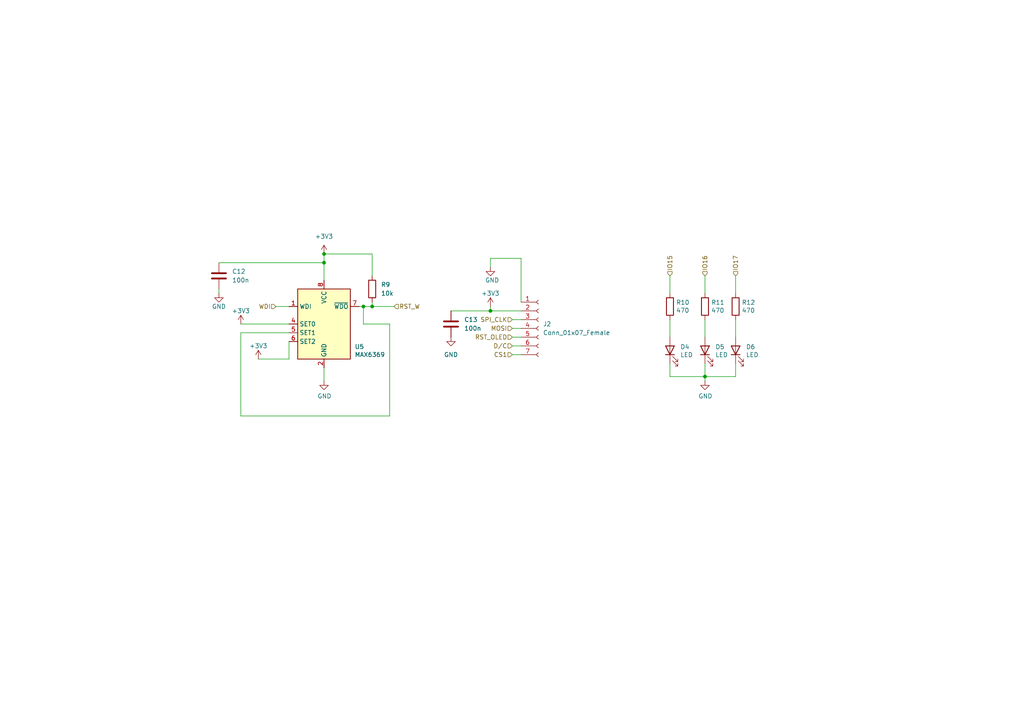
<source format=kicad_sch>
(kicad_sch (version 20211123) (generator eeschema)
  (paper "A4")
  (lib_symbols
    (symbol "Connector:Conn_01x07_Female" (pin_names (offset 1.016) hide)
      (property "Reference" "J" (at 0 10.16 0))
      (property "Value" "Conn_01x07_Female" (at 0 -10.16 0))
      (symbol "Conn_01x07_Female_1_1"
        (arc (start 0 -7.112) (mid -0.508 -7.62) (end 0 -8.128) (stroke (width 0.1524)))
        (arc (start 0 -4.572) (mid -0.508 -5.08) (end 0 -5.588) (stroke (width 0.1524)))
        (arc (start 0 -2.032) (mid -0.508 -2.54) (end 0 -3.048) (stroke (width 0.1524)))
        (polyline (pts (xy -1.27 -7.62) (xy -0.508 -7.62)) (stroke (width 0.1524)))
        (polyline (pts (xy -1.27 -5.08) (xy -0.508 -5.08)) (stroke (width 0.1524)))
        (polyline (pts (xy -1.27 -2.54) (xy -0.508 -2.54)) (stroke (width 0.1524)))
        (polyline (pts (xy -1.27 0) (xy -0.508 0)) (stroke (width 0.1524)))
        (polyline (pts (xy -1.27 2.54) (xy -0.508 2.54)) (stroke (width 0.1524)))
        (polyline (pts (xy -1.27 5.08) (xy -0.508 5.08)) (stroke (width 0.1524)))
        (polyline (pts (xy -1.27 7.62) (xy -0.508 7.62)) (stroke (width 0.1524)))
        (arc (start 0 0.508) (mid -0.508 0) (end 0 -0.508) (stroke (width 0.1524)))
        (arc (start 0 3.048) (mid -0.508 2.54) (end 0 2.032) (stroke (width 0.1524)))
        (arc (start 0 5.588) (mid -0.508 5.08) (end 0 4.572) (stroke (width 0.1524)))
        (arc (start 0 8.128) (mid -0.508 7.62) (end 0 7.112) (stroke (width 0.1524)))
        (pin passive line (at -5.08 7.62 0) (length 3.81) (name "Pin_1") (number "1"))
        (pin passive line (at -5.08 5.08 0) (length 3.81) (name "Pin_2") (number "2"))
        (pin passive line (at -5.08 2.54 0) (length 3.81) (name "Pin_3") (number "3"))
        (pin passive line (at -5.08 0 0) (length 3.81) (name "Pin_4") (number "4"))
        (pin passive line (at -5.08 -2.54 0) (length 3.81) (name "Pin_5") (number "5"))
        (pin passive line (at -5.08 -5.08 0) (length 3.81) (name "Pin_6") (number "6"))
        (pin passive line (at -5.08 -7.62 0) (length 3.81) (name "Pin_7") (number "7"))
      )
    )
    (symbol "Device:C" (pin_numbers hide) (pin_names (offset 0.254))
      (property "Reference" "C" (at 0.635 2.54 0))
      (property "Value" "C" (at 0.635 -2.54 0))
      (symbol "C_0_1"
        (polyline (pts (xy -2.032 -0.762) (xy 2.032 -0.762)) (stroke (width 0.508)))
        (polyline (pts (xy -2.032 0.762) (xy 2.032 0.762)) (stroke (width 0.508)))
      )
      (symbol "C_1_1"
        (pin passive line (at 0 3.81 270) (length 2.794) (name "~") (number "1"))
        (pin passive line (at 0 -3.81 90) (length 2.794) (name "~") (number "2"))
      )
    )
    (symbol "Device:LED" (pin_numbers hide) (pin_names (offset 1.016) hide)
      (property "Reference" "D" (at 0 2.54 0))
      (property "Value" "LED" (at 0 -2.54 0))
      (symbol "LED_0_1"
        (polyline (pts (xy -1.27 -1.27) (xy -1.27 1.27)) (stroke (width 0.254)))
        (polyline (pts (xy -1.27 0) (xy 1.27 0)))
        (polyline (pts (xy 1.27 -1.27) (xy 1.27 1.27) (xy -1.27 0) (xy 1.27 -1.27)) (stroke (width 0.254)))
        (polyline (pts (xy -3.048 -0.762) (xy -4.572 -2.286) (xy -3.81 -2.286) (xy -4.572 -2.286) (xy -4.572 -1.524)))
        (polyline (pts (xy -1.778 -0.762) (xy -3.302 -2.286) (xy -2.54 -2.286) (xy -3.302 -2.286) (xy -3.302 -1.524)))
      )
      (symbol "LED_1_1"
        (pin passive line (at -3.81 0 0) (length 2.54) (name "K") (number "1"))
        (pin passive line (at 3.81 0 180) (length 2.54) (name "A") (number "2"))
      )
    )
    (symbol "Device:R" (pin_numbers hide) (pin_names (offset 0))
      (property "Reference" "R" (at 2.032 0 90))
      (property "Value" "R" (at 0 0 90))
      (symbol "R_0_1"
        (rectangle (start -1.016 -2.54) (end 1.016 2.54) (stroke (width 0.254)))
      )
      (symbol "R_1_1"
        (pin passive line (at 0 3.81 270) (length 1.27) (name "~") (number "1"))
        (pin passive line (at 0 -3.81 90) (length 1.27) (name "~") (number "2"))
      )
    )
    (symbol "Power_Supervisor:MAX6369"
      (property "Reference" "U" (at -3.556 13.462 0))
      (property "Value" "MAX6369" (at -6.604 11.43 0))
      (symbol "MAX6369_0_1"
        (rectangle (start -7.62 10.16) (end 7.62 -10.16) (stroke (width 0.254)) (fill (type background)))
      )
      (symbol "MAX6369_1_1"
        (pin input line (at -10.16 5.08 0) (length 2.54) (name "WDI") (number "1"))
        (pin power_in line (at 0 -12.7 90) (length 2.54) (name "GND") (number "2"))
        (pin no_connect line (at 7.62 -5.08 180) (length 2.54) hide (name "NC") (number "3"))
        (pin input line (at -10.16 0 0) (length 2.54) (name "SET0") (number "4"))
        (pin input line (at -10.16 -2.54 0) (length 2.54) (name "SET1") (number "5"))
        (pin input line (at -10.16 -5.08 0) (length 2.54) (name "SET2") (number "6"))
        (pin open_collector line (at 10.16 5.08 180) (length 2.54) (name "~{WDO}") (number "7"))
        (pin power_in line (at 0 12.7 270) (length 2.54) (name "VCC") (number "8"))
      )
    )
    (symbol "power:+3.3V" (power) (pin_names (offset 0))
      (property "Value" "+3.3V" (at 0 3.556 0))
      (symbol "+3.3V_0_1"
        (polyline (pts (xy -0.762 1.27) (xy 0 2.54)))
        (polyline (pts (xy 0 0) (xy 0 2.54)))
        (polyline (pts (xy 0 2.54) (xy 0.762 1.27)))
      )
      (symbol "+3.3V_1_1"
        (pin power_in line (at 0 0 90) (length 0) hide (name "+3V3") (number "1"))
      )
    )
    (symbol "power:GND" (power) (pin_names (offset 0))
      (property "Value" "GND" (at 0 -3.81 0))
      (symbol "GND_0_1"
        (polyline (pts (xy 0 0) (xy 0 -1.27) (xy 1.27 -1.27) (xy 0 -2.54) (xy -1.27 -1.27) (xy 0 -1.27)))
      )
      (symbol "GND_1_1"
        (pin power_in line (at 0 0 270) (length 0) hide (name "GND") (number "1"))
      )
    )
  )
  (junction (at 93.98 76.2))
  (junction (at 105.41 88.9))
  (junction (at 107.95 88.9))
  (junction (at 93.98 73.66))
  (junction (at 204.47 109.22))
  (junction (at 142.24 90.17))
  (wire (pts (xy 151.13 90.17) (xy 142.24 90.17)))
  (wire (pts (xy 148.59 102.87) (xy 151.13 102.87)))
  (wire (pts (xy 204.47 97.79) (xy 204.47 92.71)))
  (wire (pts (xy 213.36 109.22) (xy 204.47 109.22)))
  (wire (pts (xy 104.14 88.9) (xy 105.41 88.9)))
  (wire (pts (xy 63.5 83.82) (xy 63.5 85.09)))
  (wire (pts (xy 213.36 105.41) (xy 213.36 109.22)))
  (wire (pts (xy 142.24 74.93) (xy 151.13 74.93)))
  (wire (pts (xy 130.81 90.17) (xy 142.24 90.17)))
  (wire (pts (xy 107.95 80.01) (xy 107.95 73.66)))
  (wire (pts (xy 105.41 93.98) (xy 113.03 93.98)))
  (wire (pts (xy 148.59 100.33) (xy 151.13 100.33)))
  (wire (pts (xy 142.24 74.93) (xy 142.24 77.47)))
  (wire (pts (xy 93.98 110.49) (xy 93.98 106.68)))
  (wire (pts (xy 107.95 87.63) (xy 107.95 88.9)))
  (wire (pts (xy 63.5 76.2) (xy 93.98 76.2)))
  (wire (pts (xy 213.36 85.09) (xy 213.36 80.01)))
  (wire (pts (xy 204.47 109.22) (xy 204.47 110.49)))
  (wire (pts (xy 113.03 120.65) (xy 113.03 93.98)))
  (wire (pts (xy 107.95 88.9) (xy 114.3 88.9)))
  (wire (pts (xy 194.31 105.41) (xy 194.31 109.22)))
  (wire (pts (xy 80.01 88.9) (xy 83.82 88.9)))
  (wire (pts (xy 148.59 92.71) (xy 151.13 92.71)))
  (wire (pts (xy 83.82 99.06) (xy 83.82 104.14)))
  (wire (pts (xy 213.36 97.79) (xy 213.36 92.71)))
  (wire (pts (xy 204.47 105.41) (xy 204.47 109.22)))
  (wire (pts (xy 148.59 95.25) (xy 151.13 95.25)))
  (wire (pts (xy 194.31 85.09) (xy 194.31 80.01)))
  (wire (pts (xy 194.31 97.79) (xy 194.31 92.71)))
  (wire (pts (xy 204.47 85.09) (xy 204.47 80.01)))
  (wire (pts (xy 148.59 97.79) (xy 151.13 97.79)))
  (wire (pts (xy 93.98 76.2) (xy 93.98 81.28)))
  (wire (pts (xy 74.93 104.14) (xy 83.82 104.14)))
  (wire (pts (xy 83.82 96.52) (xy 69.85 96.52)))
  (wire (pts (xy 69.85 96.52) (xy 69.85 120.65)))
  (wire (pts (xy 151.13 74.93) (xy 151.13 87.63)))
  (wire (pts (xy 194.31 109.22) (xy 204.47 109.22)))
  (wire (pts (xy 69.85 120.65) (xy 113.03 120.65)))
  (wire (pts (xy 142.24 90.17) (xy 142.24 88.9)))
  (wire (pts (xy 105.41 88.9) (xy 107.95 88.9)))
  (wire (pts (xy 105.41 88.9) (xy 105.41 93.98)))
  (wire (pts (xy 69.85 93.98) (xy 83.82 93.98)))
  (wire (pts (xy 93.98 73.66) (xy 93.98 76.2)))
  (wire (pts (xy 107.95 73.66) (xy 93.98 73.66)))
  (hierarchical_label "MOSI" (shape input) (at 148.59 95.25 180))
  (hierarchical_label "SPI_CLK" (shape input) (at 148.59 92.71 180))
  (hierarchical_label "WDI" (shape input) (at 80.01 88.9 180))
  (hierarchical_label "D{slash}C" (shape input) (at 148.59 100.33 180))
  (hierarchical_label "RST_OLED" (shape input) (at 148.59 97.79 180))
  (hierarchical_label "IO16" (shape input) (at 204.47 80.01 90))
  (hierarchical_label "CS1" (shape input) (at 148.59 102.87 180))
  (hierarchical_label "IO17" (shape input) (at 213.36 80.01 90))
  (hierarchical_label "RST_W" (shape input) (at 114.3 88.9 0))
  (hierarchical_label "IO15" (shape input) (at 194.31 80.01 90))
  (symbol (lib_id "Device:C") (at 130.81 93.98 0) (unit 1)
    (property "Reference" "C13" (at 134.62 92.7099 0) (effects (justify left)))
    (property "Value" "100n" (at 134.62 95.2499 0) (effects (justify left)))
    (property "Footprint" "Capacitor_SMD:C_0805_2012Metric_Pad1.18x1.45mm_HandSolder" (effects hide))
  )
  (symbol (lib_id "Device:LED") (at 213.36 101.6 90) (unit 1)
    (property "Reference" "D6" (at 216.3572 100.6094 90) (effects (justify right)))
    (property "Value" "LED" (at 216.3572 102.9208 90) (effects (justify right)))
    (property "Footprint" "LED_SMD:LED_0805_2012Metric_Pad1.15x1.40mm_HandSolder" (effects hide))
  )
  (symbol (lib_id "Power_Supervisor:MAX6369") (at 93.98 93.98 0) (unit 1)
    (property "Reference" "U5" (at 102.87 100.5586 0) (effects (justify left)))
    (property "Value" "MAX6369" (at 102.87 102.87 0) (effects (justify left)))
    (property "Footprint" "Package_TO_SOT_SMD:SOT-23-8" (effects hide))
    (property "Datasheet" "https://datasheets.maximintegrated.com/en/ds/MAX6369-MAX6374.pdf" (effects hide))
  )
  (symbol (lib_id "Device:R") (at 204.47 88.9 0) (unit 1)
    (property "Reference" "R11" (at 206.248 87.7316 0) (effects (justify left)))
    (property "Value" "470" (at 206.248 90.043 0) (effects (justify left)))
    (property "Footprint" "Resistor_SMD:R_0805_2012Metric_Pad1.20x1.40mm_HandSolder" (effects hide))
  )
  (symbol (lib_id "power:GND") (at 130.81 97.79 0) (unit 1)
    (property "Reference" "#PWR031" (effects hide))
    (property "Value" "GND" (at 130.81 102.87 0))
  )
  (symbol (lib_id "Device:R") (at 213.36 88.9 0) (unit 1)
    (property "Reference" "R12" (at 215.138 87.7316 0) (effects (justify left)))
    (property "Value" "470" (at 215.138 90.043 0) (effects (justify left)))
    (property "Footprint" "Resistor_SMD:R_0805_2012Metric_Pad1.20x1.40mm_HandSolder" (effects hide))
  )
  (symbol (lib_id "Device:R") (at 194.31 88.9 0) (unit 1)
    (property "Reference" "R10" (at 196.088 87.7316 0) (effects (justify left)))
    (property "Value" "470" (at 196.088 90.043 0) (effects (justify left)))
    (property "Footprint" "Resistor_SMD:R_0805_2012Metric_Pad1.20x1.40mm_HandSolder" (effects hide))
  )
  (symbol (lib_id "power:+3.3V") (at 69.85 93.98 0) (unit 1)
    (property "Reference" "#PWR027" (effects hide))
    (property "Value" "+3.3V" (at 69.85 90.17 0))
  )
  (symbol (lib_id "power:GND") (at 142.24 77.47 0) (unit 1)
    (property "Reference" "#PWR032" (effects hide))
    (property "Value" "GND" (at 144.78 81.28 0) (effects (justify right)))
  )
  (symbol (lib_id "power:+3.3V") (at 93.98 73.66 0) (unit 1)
    (property "Reference" "#PWR029" (effects hide))
    (property "Value" "+3.3V" (at 93.98 68.58 0))
  )
  (symbol (lib_id "Device:LED") (at 204.47 101.6 90) (unit 1)
    (property "Reference" "D5" (at 207.4672 100.6094 90) (effects (justify right)))
    (property "Value" "LED" (at 207.4672 102.9208 90) (effects (justify right)))
    (property "Footprint" "LED_SMD:LED_0805_2012Metric_Pad1.15x1.40mm_HandSolder" (effects hide))
  )
  (symbol (lib_id "power:GND") (at 93.98 110.49 0) (unit 1)
    (property "Reference" "#PWR030" (effects hide))
    (property "Value" "GND" (at 94.107 114.8842 0))
  )
  (symbol (lib_id "power:GND") (at 204.47 110.49 0) (unit 1)
    (property "Reference" "#PWR034" (effects hide))
    (property "Value" "GND" (at 204.597 114.8842 0))
  )
  (symbol (lib_id "power:GND") (at 63.5 85.09 0) (unit 1)
    (property "Reference" "#PWR026" (effects hide))
    (property "Value" "GND" (at 63.5 88.9 0))
  )
  (symbol (lib_id "Device:R") (at 107.95 83.82 0) (unit 1)
    (property "Reference" "R9" (at 110.49 82.5499 0) (effects (justify left)))
    (property "Value" "10k" (at 110.49 85.0899 0) (effects (justify left)))
    (property "Footprint" "Resistor_SMD:R_0805_2012Metric_Pad1.20x1.40mm_HandSolder" (effects hide))
  )
  (symbol (lib_id "Device:LED") (at 194.31 101.6 90) (unit 1)
    (property "Reference" "D4" (at 197.3072 100.6094 90) (effects (justify right)))
    (property "Value" "LED" (at 197.3072 102.9208 90) (effects (justify right)))
    (property "Footprint" "LED_SMD:LED_0805_2012Metric_Pad1.15x1.40mm_HandSolder" (effects hide))
  )
  (symbol (lib_id "power:+3.3V") (at 74.93 104.14 0) (unit 1)
    (property "Reference" "#PWR028" (effects hide))
    (property "Value" "+3.3V" (at 74.93 100.33 0))
  )
  (symbol (lib_id "power:+3.3V") (at 142.24 88.9 0) (unit 1)
    (property "Reference" "#PWR033" (effects hide))
    (property "Value" "+3.3V" (at 142.24 85.09 0))
  )
  (symbol (lib_id "Connector:Conn_01x07_Female") (at 156.21 95.25 0) (unit 1)
    (property "Reference" "J2" (at 157.48 93.9799 0) (effects (justify left)))
    (property "Value" "Conn_01x07_Female" (at 157.48 96.5199 0) (effects (justify left)))
    (property "Footprint" "Connector_PinSocket_2.54mm:PinSocket_1x07_P2.54mm_Vertical" (effects hide))
    (property "Datasheet" "https://cdn-shop.adafruit.com/datasheets/SSD1306.pdf" (effects hide))
  )
  (symbol (lib_id "Device:C") (at 63.5 80.01 0) (unit 1)
    (property "Reference" "C12" (at 67.31 78.7399 0) (effects (justify left)))
    (property "Value" "100n" (at 67.31 81.2799 0) (effects (justify left)))
    (property "Footprint" "Capacitor_SMD:C_0805_2012Metric_Pad1.18x1.45mm_HandSolder" (effects hide))
  )
)
</source>
